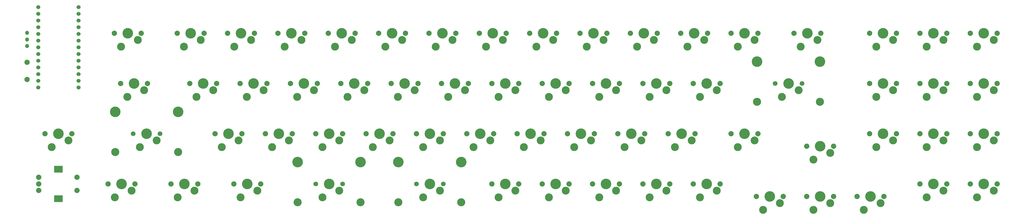
<source format=gts>
G04 #@! TF.GenerationSoftware,KiCad,Pcbnew,(5.1.12)-1*
G04 #@! TF.CreationDate,2023-11-03T11:44:58+09:00*
G04 #@! TF.ProjectId,jtnk64w,6a746e6b-3634-4772-9e6b-696361645f70,rev?*
G04 #@! TF.SameCoordinates,Original*
G04 #@! TF.FileFunction,Soldermask,Top*
G04 #@! TF.FilePolarity,Negative*
%FSLAX46Y46*%
G04 Gerber Fmt 4.6, Leading zero omitted, Abs format (unit mm)*
G04 Created by KiCad (PCBNEW (5.1.12)-1) date 2023-11-03 11:44:58*
%MOMM*%
%LPD*%
G01*
G04 APERTURE LIST*
%ADD10C,4.000000*%
%ADD11C,3.050000*%
%ADD12C,3.000000*%
%ADD13C,1.800000*%
%ADD14C,1.524000*%
%ADD15C,2.000000*%
%ADD16R,3.200000X2.500000*%
%ADD17O,1.500000X1.500000*%
G04 APERTURE END LIST*
D10*
X323844000Y-53672500D03*
X300044000Y-53672500D03*
D11*
X300044000Y-68912500D03*
X323844000Y-68912500D03*
D12*
X309404000Y-66992500D03*
D10*
X311944000Y-61912500D03*
D13*
X306864000Y-61912500D03*
X317024000Y-61912500D03*
D12*
X315754000Y-64452500D03*
D10*
X188112000Y-91772000D03*
X164312000Y-91772000D03*
D11*
X164312000Y-107012000D03*
X188112000Y-107012000D03*
D12*
X173672000Y-105092000D03*
D10*
X176212000Y-100012000D03*
D13*
X171132000Y-100012000D03*
X181292000Y-100012000D03*
D12*
X180022000Y-102552000D03*
D10*
X150012000Y-91772000D03*
X126212000Y-91772000D03*
D11*
X126212000Y-107012000D03*
X150012000Y-107012000D03*
D12*
X135572000Y-105092000D03*
D10*
X138112000Y-100012000D03*
D13*
X133032000Y-100012000D03*
X143192000Y-100012000D03*
D12*
X141922000Y-102552000D03*
D10*
X80956200Y-72722500D03*
X57156200Y-72722500D03*
D11*
X57156200Y-87962500D03*
X80956200Y-87962500D03*
D12*
X66516200Y-86042500D03*
D10*
X69056200Y-80962500D03*
D13*
X63976200Y-80962500D03*
X74136200Y-80962500D03*
D12*
X72866200Y-83502500D03*
D14*
X43282400Y-35528200D03*
X43282400Y-38068200D03*
X43282400Y-40608200D03*
X43282400Y-43148200D03*
X43282400Y-45688200D03*
X43282400Y-48228200D03*
X43282400Y-50768200D03*
X43282400Y-53308200D03*
X43282400Y-55848200D03*
X43282400Y-58388200D03*
X43282400Y-60928200D03*
X43282400Y-63468200D03*
X28062400Y-63468200D03*
X28062400Y-60928200D03*
X28062400Y-58388200D03*
X28062400Y-55848200D03*
X28062400Y-53308200D03*
X28062400Y-50768200D03*
X28062400Y-48228200D03*
X28062400Y-45688200D03*
X28062400Y-43148200D03*
X28062400Y-40608200D03*
X28062400Y-38068200D03*
X28062400Y-35528200D03*
X28062400Y-32988200D03*
X43282400Y-32988200D03*
D15*
X23812500Y-53900000D03*
X23812500Y-60400000D03*
X390842000Y-100012000D03*
X380682000Y-100012000D03*
D10*
X385762000Y-100012000D03*
D12*
X383222000Y-105092000D03*
X389572000Y-102552000D03*
D15*
X390842000Y-80962500D03*
X380682000Y-80962500D03*
D10*
X385762000Y-80962500D03*
D12*
X383222000Y-86042500D03*
X389572000Y-83502500D03*
D15*
X390842000Y-61912500D03*
X380682000Y-61912500D03*
D10*
X385762000Y-61912500D03*
D12*
X383222000Y-66992500D03*
X389572000Y-64452500D03*
D15*
X390842000Y-42862500D03*
X380682000Y-42862500D03*
D10*
X385762000Y-42862500D03*
D12*
X383222000Y-47942500D03*
X389572000Y-45402500D03*
D15*
X371792000Y-100012000D03*
X361632000Y-100012000D03*
D10*
X366712000Y-100012000D03*
D12*
X364172000Y-105092000D03*
X370522000Y-102552000D03*
D15*
X371792000Y-80962500D03*
X361632000Y-80962500D03*
D10*
X366712000Y-80962500D03*
D12*
X364172000Y-86042500D03*
X370522000Y-83502500D03*
D15*
X371792000Y-61912500D03*
X361632000Y-61912500D03*
D10*
X366712000Y-61912500D03*
D12*
X364172000Y-66992500D03*
X370522000Y-64452500D03*
D15*
X371792000Y-42862500D03*
X361632000Y-42862500D03*
D10*
X366712000Y-42862500D03*
D12*
X364172000Y-47942500D03*
X370522000Y-45402500D03*
D15*
X347980000Y-104775000D03*
X337820000Y-104775000D03*
D10*
X342900000Y-104775000D03*
D12*
X340360000Y-109855000D03*
X346710000Y-107315000D03*
D15*
X352742000Y-80962500D03*
X342582000Y-80962500D03*
D10*
X347662000Y-80962500D03*
D12*
X345122000Y-86042500D03*
X351472000Y-83502500D03*
D15*
X352742000Y-61912500D03*
X342582000Y-61912500D03*
D10*
X347662000Y-61912500D03*
D12*
X345122000Y-66992500D03*
X351472000Y-64452500D03*
D15*
X352742000Y-42862500D03*
X342582000Y-42862500D03*
D10*
X347662000Y-42862500D03*
D12*
X345122000Y-47942500D03*
X351472000Y-45402500D03*
D15*
X324168000Y-42862500D03*
X314008000Y-42862500D03*
D10*
X319088000Y-42862500D03*
D12*
X316548000Y-47942500D03*
X322898000Y-45402500D03*
D15*
X328930000Y-104775000D03*
X318770000Y-104775000D03*
D10*
X323850000Y-104775000D03*
D12*
X321310000Y-109855000D03*
X327660000Y-107315000D03*
D15*
X328930000Y-85725000D03*
X318770000Y-85725000D03*
D10*
X323850000Y-85725000D03*
D12*
X321310000Y-90805000D03*
X327660000Y-88265000D03*
D15*
X300355000Y-42862500D03*
X290195000Y-42862500D03*
D10*
X295275000Y-42862500D03*
D12*
X292735000Y-47942500D03*
X299085000Y-45402500D03*
D15*
X309880000Y-104775000D03*
X299720000Y-104775000D03*
D10*
X304800000Y-104775000D03*
D12*
X302260000Y-109855000D03*
X308610000Y-107315000D03*
D15*
X300355000Y-80962500D03*
X290195000Y-80962500D03*
D10*
X295275000Y-80962500D03*
D12*
X292735000Y-86042500D03*
X299085000Y-83502500D03*
D15*
X286068000Y-61912500D03*
X275908000Y-61912500D03*
D10*
X280988000Y-61912500D03*
D12*
X278448000Y-66992500D03*
X284798000Y-64452500D03*
D15*
X281305000Y-42862500D03*
X271145000Y-42862500D03*
D10*
X276225000Y-42862500D03*
D12*
X273685000Y-47942500D03*
X280035000Y-45402500D03*
D15*
X286068000Y-100012000D03*
X275908000Y-100012000D03*
D10*
X280988000Y-100012000D03*
D12*
X278448000Y-105092000D03*
X284798000Y-102552000D03*
D15*
X276542000Y-80962500D03*
X266382000Y-80962500D03*
D10*
X271462000Y-80962500D03*
D12*
X268922000Y-86042500D03*
X275272000Y-83502500D03*
D15*
X267018000Y-61912500D03*
X256858000Y-61912500D03*
D10*
X261938000Y-61912500D03*
D12*
X259398000Y-66992500D03*
X265748000Y-64452500D03*
D15*
X262255000Y-42862500D03*
X252095000Y-42862500D03*
D10*
X257175000Y-42862500D03*
D12*
X254635000Y-47942500D03*
X260985000Y-45402500D03*
D15*
X267018000Y-100012000D03*
X256858000Y-100012000D03*
D10*
X261938000Y-100012000D03*
D12*
X259398000Y-105092000D03*
X265748000Y-102552000D03*
D15*
X257492000Y-80962500D03*
X247332000Y-80962500D03*
D10*
X252412000Y-80962500D03*
D12*
X249872000Y-86042500D03*
X256222000Y-83502500D03*
D15*
X247968000Y-61912500D03*
X237808000Y-61912500D03*
D10*
X242888000Y-61912500D03*
D12*
X240348000Y-66992500D03*
X246698000Y-64452500D03*
D15*
X243205000Y-42862500D03*
X233045000Y-42862500D03*
D10*
X238125000Y-42862500D03*
D12*
X235585000Y-47942500D03*
X241935000Y-45402500D03*
D15*
X247968000Y-100012000D03*
X237808000Y-100012000D03*
D10*
X242888000Y-100012000D03*
D12*
X240348000Y-105092000D03*
X246698000Y-102552000D03*
D15*
X238442000Y-80962500D03*
X228282000Y-80962500D03*
D10*
X233362000Y-80962500D03*
D12*
X230822000Y-86042500D03*
X237172000Y-83502500D03*
D15*
X228918000Y-61912500D03*
X218758000Y-61912500D03*
D10*
X223838000Y-61912500D03*
D12*
X221298000Y-66992500D03*
X227648000Y-64452500D03*
D15*
X224155000Y-42862500D03*
X213995000Y-42862500D03*
D10*
X219075000Y-42862500D03*
D12*
X216535000Y-47942500D03*
X222885000Y-45402500D03*
D15*
X228918000Y-100012000D03*
X218758000Y-100012000D03*
D10*
X223838000Y-100012000D03*
D12*
X221298000Y-105092000D03*
X227648000Y-102552000D03*
D15*
X219392000Y-80962500D03*
X209232000Y-80962500D03*
D10*
X214312000Y-80962500D03*
D12*
X211772000Y-86042500D03*
X218122000Y-83502500D03*
D15*
X209868000Y-61912500D03*
X199708000Y-61912500D03*
D10*
X204788000Y-61912500D03*
D12*
X202248000Y-66992500D03*
X208598000Y-64452500D03*
D15*
X205105000Y-42862500D03*
X194945000Y-42862500D03*
D10*
X200025000Y-42862500D03*
D12*
X197485000Y-47942500D03*
X203835000Y-45402500D03*
D15*
X209868000Y-100012000D03*
X199708000Y-100012000D03*
D10*
X204788000Y-100012000D03*
D12*
X202248000Y-105092000D03*
X208598000Y-102552000D03*
D15*
X200342000Y-80962500D03*
X190182000Y-80962500D03*
D10*
X195262000Y-80962500D03*
D12*
X192722000Y-86042500D03*
X199072000Y-83502500D03*
D15*
X190818000Y-61912500D03*
X180658000Y-61912500D03*
D10*
X185738000Y-61912500D03*
D12*
X183198000Y-66992500D03*
X189548000Y-64452500D03*
D15*
X186055000Y-42862500D03*
X175895000Y-42862500D03*
D10*
X180975000Y-42862500D03*
D12*
X178435000Y-47942500D03*
X184785000Y-45402500D03*
D15*
X181292000Y-80962500D03*
X171132000Y-80962500D03*
D10*
X176212000Y-80962500D03*
D12*
X173672000Y-86042500D03*
X180022000Y-83502500D03*
D15*
X171768000Y-61912500D03*
X161608000Y-61912500D03*
D10*
X166688000Y-61912500D03*
D12*
X164148000Y-66992500D03*
X170498000Y-64452500D03*
D15*
X167005000Y-42862500D03*
X156845000Y-42862500D03*
D10*
X161925000Y-42862500D03*
D12*
X159385000Y-47942500D03*
X165735000Y-45402500D03*
D15*
X162242000Y-80962500D03*
X152082000Y-80962500D03*
D10*
X157162000Y-80962500D03*
D12*
X154622000Y-86042500D03*
X160972000Y-83502500D03*
D15*
X152718000Y-61912500D03*
X142558000Y-61912500D03*
D10*
X147638000Y-61912500D03*
D12*
X145098000Y-66992500D03*
X151448000Y-64452500D03*
D15*
X147955000Y-42862500D03*
X137795000Y-42862500D03*
D10*
X142875000Y-42862500D03*
D12*
X140335000Y-47942500D03*
X146685000Y-45402500D03*
D15*
X143192000Y-80962500D03*
X133032000Y-80962500D03*
D10*
X138112000Y-80962500D03*
D12*
X135572000Y-86042500D03*
X141922000Y-83502500D03*
D15*
X133668000Y-61912500D03*
X123508000Y-61912500D03*
D10*
X128588000Y-61912500D03*
D12*
X126048000Y-66992500D03*
X132398000Y-64452500D03*
D15*
X128905000Y-42862500D03*
X118745000Y-42862500D03*
D10*
X123825000Y-42862500D03*
D12*
X121285000Y-47942500D03*
X127635000Y-45402500D03*
D15*
X112236000Y-100012000D03*
X102076000Y-100012000D03*
D10*
X107156000Y-100012000D03*
D12*
X104616000Y-105092000D03*
X110966000Y-102552000D03*
D15*
X124142000Y-80962500D03*
X113982000Y-80962500D03*
D10*
X119062000Y-80962500D03*
D12*
X116522000Y-86042500D03*
X122872000Y-83502500D03*
D15*
X114618000Y-61912500D03*
X104458000Y-61912500D03*
D10*
X109538000Y-61912500D03*
D12*
X106998000Y-66992500D03*
X113348000Y-64452500D03*
D15*
X109855000Y-42862500D03*
X99695000Y-42862500D03*
D10*
X104775000Y-42862500D03*
D12*
X102235000Y-47942500D03*
X108585000Y-45402500D03*
D15*
X88423800Y-100012000D03*
X78263800Y-100012000D03*
D10*
X83343800Y-100012000D03*
D12*
X80803800Y-105092000D03*
X87153800Y-102552000D03*
D15*
X105092000Y-80962500D03*
X94932000Y-80962500D03*
D10*
X100012000Y-80962500D03*
D12*
X97472000Y-86042500D03*
X103822000Y-83502500D03*
D15*
X95567500Y-61912500D03*
X85407500Y-61912500D03*
D10*
X90487500Y-61912500D03*
D12*
X87947500Y-66992500D03*
X94297500Y-64452500D03*
D15*
X90805000Y-42862500D03*
X80645000Y-42862500D03*
D10*
X85725000Y-42862500D03*
D12*
X83185000Y-47942500D03*
X89535000Y-45402500D03*
D15*
X64611200Y-100012000D03*
X54451200Y-100012000D03*
D10*
X59531200Y-100012000D03*
D12*
X56991200Y-105092000D03*
X63341200Y-102552000D03*
D15*
X69373800Y-61912500D03*
X59213800Y-61912500D03*
D10*
X64293800Y-61912500D03*
D12*
X61753800Y-66992500D03*
X68103800Y-64452500D03*
D15*
X66992500Y-42862500D03*
X56832500Y-42862500D03*
D10*
X61912500Y-42862500D03*
D12*
X59372500Y-47942500D03*
X65722500Y-45402500D03*
D15*
X42718800Y-102512000D03*
X42718800Y-97512000D03*
D16*
X35718800Y-105612000D03*
X35718800Y-94412000D03*
D15*
X28218800Y-102512000D03*
X28218800Y-100012000D03*
X28218800Y-97512000D03*
X40798800Y-80962500D03*
X30638800Y-80962500D03*
D10*
X35718800Y-80962500D03*
D12*
X33178800Y-86042500D03*
X39528800Y-83502500D03*
D17*
X23862500Y-47743800D03*
X23862500Y-45243800D03*
X23862500Y-42743800D03*
M02*

</source>
